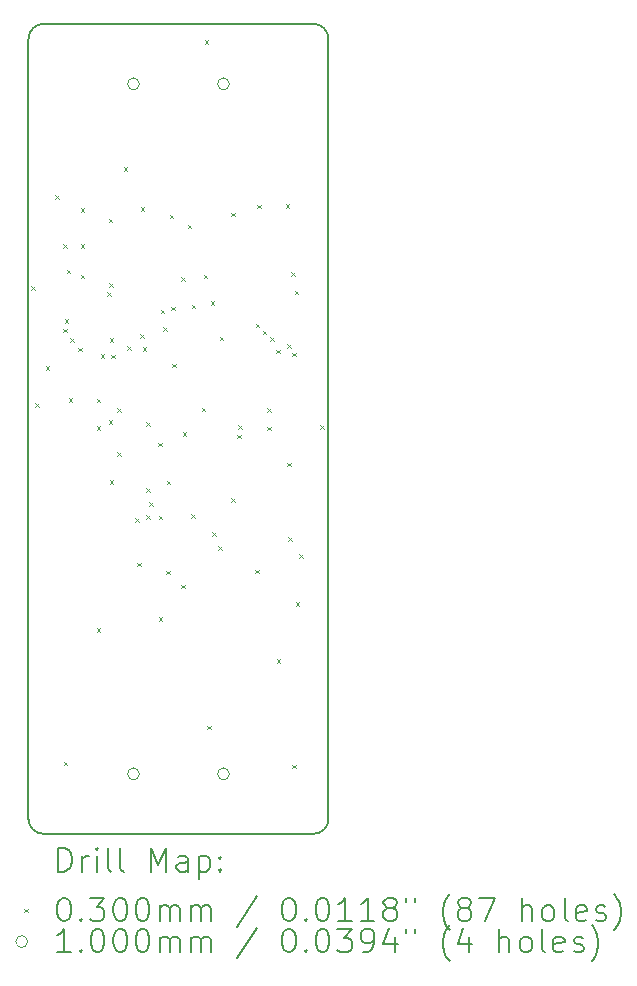
<source format=gbr>
%TF.GenerationSoftware,KiCad,Pcbnew,9.0.6-9.0.6~ubuntu25.10.1*%
%TF.CreationDate,2025-11-17T16:53:43+09:00*%
%TF.ProjectId,bionic-z180fsc,62696f6e-6963-42d7-9a31-38306673632e,2*%
%TF.SameCoordinates,Original*%
%TF.FileFunction,Drillmap*%
%TF.FilePolarity,Positive*%
%FSLAX45Y45*%
G04 Gerber Fmt 4.5, Leading zero omitted, Abs format (unit mm)*
G04 Created by KiCad (PCBNEW 9.0.6-9.0.6~ubuntu25.10.1) date 2025-11-17 16:53:43*
%MOMM*%
%LPD*%
G01*
G04 APERTURE LIST*
%ADD10C,0.150000*%
%ADD11C,0.200000*%
%ADD12C,0.100000*%
G04 APERTURE END LIST*
D10*
X10227000Y-13858000D02*
G75*
G02*
X10100000Y-13731000I0J127000D01*
G01*
X12513000Y-7000000D02*
X10227000Y-7000000D01*
X10100000Y-13731000D02*
X10100000Y-7127000D01*
X10100000Y-7127000D02*
G75*
G02*
X10227000Y-7000000I127000J0D01*
G01*
X10227000Y-13858000D02*
X12513000Y-13858000D01*
X12513000Y-7000000D02*
G75*
G02*
X12640000Y-7127000I0J-127000D01*
G01*
X12640000Y-13731000D02*
G75*
G02*
X12513000Y-13858000I-127000J0D01*
G01*
X12640000Y-13731000D02*
X12640000Y-7127000D01*
D11*
D12*
X10125640Y-9222740D02*
X10155640Y-9252740D01*
X10155640Y-9222740D02*
X10125640Y-9252740D01*
X10156120Y-10213340D02*
X10186120Y-10243340D01*
X10186120Y-10213340D02*
X10156120Y-10243340D01*
X10247560Y-9898380D02*
X10277560Y-9928380D01*
X10277560Y-9898380D02*
X10247560Y-9928380D01*
X10328840Y-8453120D02*
X10358840Y-8483120D01*
X10358840Y-8453120D02*
X10328840Y-8483120D01*
X10392340Y-8864600D02*
X10422340Y-8894600D01*
X10422340Y-8864600D02*
X10392340Y-8894600D01*
X10392340Y-9580880D02*
X10422340Y-9610880D01*
X10422340Y-9580880D02*
X10392340Y-9610880D01*
X10399960Y-13246100D02*
X10429960Y-13276100D01*
X10429960Y-13246100D02*
X10399960Y-13276100D01*
X10407580Y-9499600D02*
X10437580Y-9529600D01*
X10437580Y-9499600D02*
X10407580Y-9529600D01*
X10423780Y-9079900D02*
X10453780Y-9109900D01*
X10453780Y-9079900D02*
X10423780Y-9109900D01*
X10439020Y-10170160D02*
X10469020Y-10200160D01*
X10469020Y-10170160D02*
X10439020Y-10200160D01*
X10453580Y-9659900D02*
X10483580Y-9689900D01*
X10483580Y-9659900D02*
X10453580Y-9689900D01*
X10520300Y-9740900D02*
X10550300Y-9770900D01*
X10550300Y-9740900D02*
X10520300Y-9770900D01*
X10543700Y-8562340D02*
X10573700Y-8592340D01*
X10573700Y-8562340D02*
X10543700Y-8592340D01*
X10543700Y-8867140D02*
X10573700Y-8897140D01*
X10573700Y-8867140D02*
X10543700Y-8897140D01*
X10543700Y-9123680D02*
X10573700Y-9153680D01*
X10573700Y-9123680D02*
X10543700Y-9153680D01*
X10679400Y-10172700D02*
X10709400Y-10202700D01*
X10709400Y-10172700D02*
X10679400Y-10202700D01*
X10679400Y-10406380D02*
X10709400Y-10436380D01*
X10709400Y-10406380D02*
X10679400Y-10436380D01*
X10679400Y-12115800D02*
X10709400Y-12145800D01*
X10709400Y-12115800D02*
X10679400Y-12145800D01*
X10712380Y-9796780D02*
X10742380Y-9826780D01*
X10742380Y-9796780D02*
X10712380Y-9826780D01*
X10767214Y-9272211D02*
X10797214Y-9302211D01*
X10797214Y-9272211D02*
X10767214Y-9302211D01*
X10778420Y-8651240D02*
X10808420Y-8681240D01*
X10808420Y-8651240D02*
X10778420Y-8681240D01*
X10780960Y-10355580D02*
X10810960Y-10385580D01*
X10810960Y-10355580D02*
X10780960Y-10385580D01*
X10784254Y-9194047D02*
X10814254Y-9224047D01*
X10814254Y-9194047D02*
X10784254Y-9224047D01*
X10788580Y-9659620D02*
X10818580Y-9689620D01*
X10818580Y-9659620D02*
X10788580Y-9689620D01*
X10789540Y-10866120D02*
X10819540Y-10896120D01*
X10819540Y-10866120D02*
X10789540Y-10896120D01*
X10801797Y-9801344D02*
X10831797Y-9831344D01*
X10831797Y-9801344D02*
X10801797Y-9831344D01*
X10849540Y-10256520D02*
X10879540Y-10286520D01*
X10879540Y-10256520D02*
X10849540Y-10286520D01*
X10849540Y-10627360D02*
X10879540Y-10657360D01*
X10879540Y-10627360D02*
X10849540Y-10657360D01*
X10907960Y-8211820D02*
X10937960Y-8241820D01*
X10937960Y-8211820D02*
X10907960Y-8241820D01*
X10935900Y-9728200D02*
X10965900Y-9758200D01*
X10965900Y-9728200D02*
X10935900Y-9758200D01*
X11001940Y-11183620D02*
X11031940Y-11213620D01*
X11031940Y-11183620D02*
X11001940Y-11213620D01*
X11019720Y-11562080D02*
X11049720Y-11592080D01*
X11049720Y-11562080D02*
X11019720Y-11592080D01*
X11047144Y-9629657D02*
X11077144Y-9659657D01*
X11077144Y-9629657D02*
X11047144Y-9659657D01*
X11050530Y-8552180D02*
X11080530Y-8582180D01*
X11080530Y-8552180D02*
X11050530Y-8582180D01*
X11067464Y-9738877D02*
X11097464Y-9768877D01*
X11097464Y-9738877D02*
X11067464Y-9768877D01*
X11098460Y-10373360D02*
X11128460Y-10403360D01*
X11128460Y-10373360D02*
X11098460Y-10403360D01*
X11098460Y-10929620D02*
X11128460Y-10959620D01*
X11128460Y-10929620D02*
X11098460Y-10959620D01*
X11098460Y-11158220D02*
X11128460Y-11188220D01*
X11128460Y-11158220D02*
X11098460Y-11188220D01*
X11122540Y-11051460D02*
X11152540Y-11081460D01*
X11152540Y-11051460D02*
X11122540Y-11081460D01*
X11197520Y-10546080D02*
X11227520Y-10576080D01*
X11227520Y-10546080D02*
X11197520Y-10576080D01*
X11202600Y-11165840D02*
X11232600Y-11195840D01*
X11232600Y-11165840D02*
X11202600Y-11195840D01*
X11202600Y-12021820D02*
X11232600Y-12051820D01*
X11232600Y-12021820D02*
X11202600Y-12051820D01*
X11220380Y-9420860D02*
X11250380Y-9450860D01*
X11250380Y-9420860D02*
X11220380Y-9450860D01*
X11242292Y-9569128D02*
X11272292Y-9599128D01*
X11272292Y-9569128D02*
X11242292Y-9599128D01*
X11266100Y-11630660D02*
X11296100Y-11660660D01*
X11296100Y-11630660D02*
X11266100Y-11660660D01*
X11269164Y-10866368D02*
X11299164Y-10896368D01*
X11299164Y-10866368D02*
X11269164Y-10896368D01*
X11294313Y-8614100D02*
X11324313Y-8644100D01*
X11324313Y-8614100D02*
X11294313Y-8644100D01*
X11306740Y-9395460D02*
X11336740Y-9425460D01*
X11336740Y-9395460D02*
X11306740Y-9425460D01*
X11319440Y-9878060D02*
X11349440Y-9908060D01*
X11349440Y-9878060D02*
X11319440Y-9908060D01*
X11395640Y-9144000D02*
X11425640Y-9174000D01*
X11425640Y-9144000D02*
X11395640Y-9174000D01*
X11395640Y-11747500D02*
X11425640Y-11777500D01*
X11425640Y-11747500D02*
X11395640Y-11777500D01*
X11405800Y-10459720D02*
X11435800Y-10489720D01*
X11435800Y-10459720D02*
X11405800Y-10489720D01*
X11448841Y-8699900D02*
X11478841Y-8729900D01*
X11478841Y-8699900D02*
X11448841Y-8729900D01*
X11479897Y-11153992D02*
X11509897Y-11183992D01*
X11509897Y-11153992D02*
X11479897Y-11183992D01*
X11482000Y-9377680D02*
X11512000Y-9407680D01*
X11512000Y-9377680D02*
X11482000Y-9407680D01*
X11565820Y-10248900D02*
X11595820Y-10278900D01*
X11595820Y-10248900D02*
X11565820Y-10278900D01*
X11582330Y-9124950D02*
X11612330Y-9154950D01*
X11612330Y-9124950D02*
X11582330Y-9154950D01*
X11591220Y-7137400D02*
X11621220Y-7167400D01*
X11621220Y-7137400D02*
X11591220Y-7167400D01*
X11611540Y-12943840D02*
X11641540Y-12973840D01*
X11641540Y-12943840D02*
X11611540Y-12973840D01*
X11644560Y-9347200D02*
X11674560Y-9377200D01*
X11674560Y-9347200D02*
X11644560Y-9377200D01*
X11654720Y-11303000D02*
X11684720Y-11333000D01*
X11684720Y-11303000D02*
X11654720Y-11333000D01*
X11705520Y-11422380D02*
X11735520Y-11452380D01*
X11735520Y-11422380D02*
X11705520Y-11452380D01*
X11720760Y-9649460D02*
X11750760Y-9679460D01*
X11750760Y-9649460D02*
X11720760Y-9679460D01*
X11814740Y-8600440D02*
X11844740Y-8630440D01*
X11844740Y-8600440D02*
X11814740Y-8630440D01*
X11817280Y-11018520D02*
X11847280Y-11048520D01*
X11847280Y-11018520D02*
X11817280Y-11048520D01*
X11866293Y-10476747D02*
X11896293Y-10506747D01*
X11896293Y-10476747D02*
X11866293Y-10506747D01*
X11878240Y-10396220D02*
X11908240Y-10426220D01*
X11908240Y-10396220D02*
X11878240Y-10426220D01*
X12017940Y-11622080D02*
X12047940Y-11652080D01*
X12047940Y-11622080D02*
X12017940Y-11652080D01*
X12023020Y-9537700D02*
X12053020Y-9567700D01*
X12053020Y-9537700D02*
X12023020Y-9567700D01*
X12038260Y-8531860D02*
X12068260Y-8561860D01*
X12068260Y-8531860D02*
X12038260Y-8561860D01*
X12083020Y-9598660D02*
X12113020Y-9628660D01*
X12113020Y-9598660D02*
X12083020Y-9628660D01*
X12119540Y-10253980D02*
X12149540Y-10283980D01*
X12149540Y-10253980D02*
X12119540Y-10283980D01*
X12119540Y-10411460D02*
X12149540Y-10441460D01*
X12149540Y-10411460D02*
X12119540Y-10441460D01*
X12144940Y-9651040D02*
X12174940Y-9681040D01*
X12174940Y-9651040D02*
X12144940Y-9681040D01*
X12199860Y-9758680D02*
X12229860Y-9788680D01*
X12229860Y-9758680D02*
X12199860Y-9788680D01*
X12200820Y-12379960D02*
X12230820Y-12409960D01*
X12230820Y-12379960D02*
X12200820Y-12409960D01*
X12279560Y-8529320D02*
X12309560Y-8559320D01*
X12309560Y-8529320D02*
X12279560Y-8559320D01*
X12288760Y-10716260D02*
X12318760Y-10746260D01*
X12318760Y-10716260D02*
X12288760Y-10746260D01*
X12289720Y-9712960D02*
X12319720Y-9742960D01*
X12319720Y-9712960D02*
X12289720Y-9742960D01*
X12298130Y-11346970D02*
X12328130Y-11376970D01*
X12328130Y-11346970D02*
X12298130Y-11376970D01*
X12325280Y-9103360D02*
X12355280Y-9133360D01*
X12355280Y-9103360D02*
X12325280Y-9133360D01*
X12332900Y-9784080D02*
X12362900Y-9814080D01*
X12362900Y-9784080D02*
X12332900Y-9814080D01*
X12335440Y-13271500D02*
X12365440Y-13301500D01*
X12365440Y-13271500D02*
X12335440Y-13301500D01*
X12355760Y-9258300D02*
X12385760Y-9288300D01*
X12385760Y-9258300D02*
X12355760Y-9288300D01*
X12363380Y-11894820D02*
X12393380Y-11924820D01*
X12393380Y-11894820D02*
X12363380Y-11924820D01*
X12392590Y-11489690D02*
X12422590Y-11519690D01*
X12422590Y-11489690D02*
X12392590Y-11519690D01*
X12571660Y-10396220D02*
X12601660Y-10426220D01*
X12601660Y-10396220D02*
X12571660Y-10426220D01*
X11039000Y-7508000D02*
G75*
G02*
X10939000Y-7508000I-50000J0D01*
G01*
X10939000Y-7508000D02*
G75*
G02*
X11039000Y-7508000I50000J0D01*
G01*
X11039000Y-13350000D02*
G75*
G02*
X10939000Y-13350000I-50000J0D01*
G01*
X10939000Y-13350000D02*
G75*
G02*
X11039000Y-13350000I50000J0D01*
G01*
X11801000Y-7508000D02*
G75*
G02*
X11701000Y-7508000I-50000J0D01*
G01*
X11701000Y-7508000D02*
G75*
G02*
X11801000Y-7508000I50000J0D01*
G01*
X11801000Y-13350000D02*
G75*
G02*
X11701000Y-13350000I-50000J0D01*
G01*
X11701000Y-13350000D02*
G75*
G02*
X11801000Y-13350000I50000J0D01*
G01*
D11*
X10353277Y-14176984D02*
X10353277Y-13976984D01*
X10353277Y-13976984D02*
X10400896Y-13976984D01*
X10400896Y-13976984D02*
X10429467Y-13986508D01*
X10429467Y-13986508D02*
X10448515Y-14005555D01*
X10448515Y-14005555D02*
X10458039Y-14024603D01*
X10458039Y-14024603D02*
X10467563Y-14062698D01*
X10467563Y-14062698D02*
X10467563Y-14091269D01*
X10467563Y-14091269D02*
X10458039Y-14129365D01*
X10458039Y-14129365D02*
X10448515Y-14148412D01*
X10448515Y-14148412D02*
X10429467Y-14167460D01*
X10429467Y-14167460D02*
X10400896Y-14176984D01*
X10400896Y-14176984D02*
X10353277Y-14176984D01*
X10553277Y-14176984D02*
X10553277Y-14043650D01*
X10553277Y-14081746D02*
X10562801Y-14062698D01*
X10562801Y-14062698D02*
X10572324Y-14053174D01*
X10572324Y-14053174D02*
X10591372Y-14043650D01*
X10591372Y-14043650D02*
X10610420Y-14043650D01*
X10677086Y-14176984D02*
X10677086Y-14043650D01*
X10677086Y-13976984D02*
X10667563Y-13986508D01*
X10667563Y-13986508D02*
X10677086Y-13996031D01*
X10677086Y-13996031D02*
X10686610Y-13986508D01*
X10686610Y-13986508D02*
X10677086Y-13976984D01*
X10677086Y-13976984D02*
X10677086Y-13996031D01*
X10800896Y-14176984D02*
X10781848Y-14167460D01*
X10781848Y-14167460D02*
X10772324Y-14148412D01*
X10772324Y-14148412D02*
X10772324Y-13976984D01*
X10905658Y-14176984D02*
X10886610Y-14167460D01*
X10886610Y-14167460D02*
X10877086Y-14148412D01*
X10877086Y-14148412D02*
X10877086Y-13976984D01*
X11134229Y-14176984D02*
X11134229Y-13976984D01*
X11134229Y-13976984D02*
X11200896Y-14119841D01*
X11200896Y-14119841D02*
X11267562Y-13976984D01*
X11267562Y-13976984D02*
X11267562Y-14176984D01*
X11448515Y-14176984D02*
X11448515Y-14072222D01*
X11448515Y-14072222D02*
X11438991Y-14053174D01*
X11438991Y-14053174D02*
X11419943Y-14043650D01*
X11419943Y-14043650D02*
X11381848Y-14043650D01*
X11381848Y-14043650D02*
X11362801Y-14053174D01*
X11448515Y-14167460D02*
X11429467Y-14176984D01*
X11429467Y-14176984D02*
X11381848Y-14176984D01*
X11381848Y-14176984D02*
X11362801Y-14167460D01*
X11362801Y-14167460D02*
X11353277Y-14148412D01*
X11353277Y-14148412D02*
X11353277Y-14129365D01*
X11353277Y-14129365D02*
X11362801Y-14110317D01*
X11362801Y-14110317D02*
X11381848Y-14100793D01*
X11381848Y-14100793D02*
X11429467Y-14100793D01*
X11429467Y-14100793D02*
X11448515Y-14091269D01*
X11543753Y-14043650D02*
X11543753Y-14243650D01*
X11543753Y-14053174D02*
X11562801Y-14043650D01*
X11562801Y-14043650D02*
X11600896Y-14043650D01*
X11600896Y-14043650D02*
X11619943Y-14053174D01*
X11619943Y-14053174D02*
X11629467Y-14062698D01*
X11629467Y-14062698D02*
X11638991Y-14081746D01*
X11638991Y-14081746D02*
X11638991Y-14138888D01*
X11638991Y-14138888D02*
X11629467Y-14157936D01*
X11629467Y-14157936D02*
X11619943Y-14167460D01*
X11619943Y-14167460D02*
X11600896Y-14176984D01*
X11600896Y-14176984D02*
X11562801Y-14176984D01*
X11562801Y-14176984D02*
X11543753Y-14167460D01*
X11724705Y-14157936D02*
X11734229Y-14167460D01*
X11734229Y-14167460D02*
X11724705Y-14176984D01*
X11724705Y-14176984D02*
X11715182Y-14167460D01*
X11715182Y-14167460D02*
X11724705Y-14157936D01*
X11724705Y-14157936D02*
X11724705Y-14176984D01*
X11724705Y-14053174D02*
X11734229Y-14062698D01*
X11734229Y-14062698D02*
X11724705Y-14072222D01*
X11724705Y-14072222D02*
X11715182Y-14062698D01*
X11715182Y-14062698D02*
X11724705Y-14053174D01*
X11724705Y-14053174D02*
X11724705Y-14072222D01*
D12*
X10062500Y-14490500D02*
X10092500Y-14520500D01*
X10092500Y-14490500D02*
X10062500Y-14520500D01*
D11*
X10391372Y-14396984D02*
X10410420Y-14396984D01*
X10410420Y-14396984D02*
X10429467Y-14406508D01*
X10429467Y-14406508D02*
X10438991Y-14416031D01*
X10438991Y-14416031D02*
X10448515Y-14435079D01*
X10448515Y-14435079D02*
X10458039Y-14473174D01*
X10458039Y-14473174D02*
X10458039Y-14520793D01*
X10458039Y-14520793D02*
X10448515Y-14558888D01*
X10448515Y-14558888D02*
X10438991Y-14577936D01*
X10438991Y-14577936D02*
X10429467Y-14587460D01*
X10429467Y-14587460D02*
X10410420Y-14596984D01*
X10410420Y-14596984D02*
X10391372Y-14596984D01*
X10391372Y-14596984D02*
X10372324Y-14587460D01*
X10372324Y-14587460D02*
X10362801Y-14577936D01*
X10362801Y-14577936D02*
X10353277Y-14558888D01*
X10353277Y-14558888D02*
X10343753Y-14520793D01*
X10343753Y-14520793D02*
X10343753Y-14473174D01*
X10343753Y-14473174D02*
X10353277Y-14435079D01*
X10353277Y-14435079D02*
X10362801Y-14416031D01*
X10362801Y-14416031D02*
X10372324Y-14406508D01*
X10372324Y-14406508D02*
X10391372Y-14396984D01*
X10543753Y-14577936D02*
X10553277Y-14587460D01*
X10553277Y-14587460D02*
X10543753Y-14596984D01*
X10543753Y-14596984D02*
X10534229Y-14587460D01*
X10534229Y-14587460D02*
X10543753Y-14577936D01*
X10543753Y-14577936D02*
X10543753Y-14596984D01*
X10619944Y-14396984D02*
X10743753Y-14396984D01*
X10743753Y-14396984D02*
X10677086Y-14473174D01*
X10677086Y-14473174D02*
X10705658Y-14473174D01*
X10705658Y-14473174D02*
X10724705Y-14482698D01*
X10724705Y-14482698D02*
X10734229Y-14492222D01*
X10734229Y-14492222D02*
X10743753Y-14511269D01*
X10743753Y-14511269D02*
X10743753Y-14558888D01*
X10743753Y-14558888D02*
X10734229Y-14577936D01*
X10734229Y-14577936D02*
X10724705Y-14587460D01*
X10724705Y-14587460D02*
X10705658Y-14596984D01*
X10705658Y-14596984D02*
X10648515Y-14596984D01*
X10648515Y-14596984D02*
X10629467Y-14587460D01*
X10629467Y-14587460D02*
X10619944Y-14577936D01*
X10867563Y-14396984D02*
X10886610Y-14396984D01*
X10886610Y-14396984D02*
X10905658Y-14406508D01*
X10905658Y-14406508D02*
X10915182Y-14416031D01*
X10915182Y-14416031D02*
X10924705Y-14435079D01*
X10924705Y-14435079D02*
X10934229Y-14473174D01*
X10934229Y-14473174D02*
X10934229Y-14520793D01*
X10934229Y-14520793D02*
X10924705Y-14558888D01*
X10924705Y-14558888D02*
X10915182Y-14577936D01*
X10915182Y-14577936D02*
X10905658Y-14587460D01*
X10905658Y-14587460D02*
X10886610Y-14596984D01*
X10886610Y-14596984D02*
X10867563Y-14596984D01*
X10867563Y-14596984D02*
X10848515Y-14587460D01*
X10848515Y-14587460D02*
X10838991Y-14577936D01*
X10838991Y-14577936D02*
X10829467Y-14558888D01*
X10829467Y-14558888D02*
X10819944Y-14520793D01*
X10819944Y-14520793D02*
X10819944Y-14473174D01*
X10819944Y-14473174D02*
X10829467Y-14435079D01*
X10829467Y-14435079D02*
X10838991Y-14416031D01*
X10838991Y-14416031D02*
X10848515Y-14406508D01*
X10848515Y-14406508D02*
X10867563Y-14396984D01*
X11058039Y-14396984D02*
X11077086Y-14396984D01*
X11077086Y-14396984D02*
X11096134Y-14406508D01*
X11096134Y-14406508D02*
X11105658Y-14416031D01*
X11105658Y-14416031D02*
X11115182Y-14435079D01*
X11115182Y-14435079D02*
X11124705Y-14473174D01*
X11124705Y-14473174D02*
X11124705Y-14520793D01*
X11124705Y-14520793D02*
X11115182Y-14558888D01*
X11115182Y-14558888D02*
X11105658Y-14577936D01*
X11105658Y-14577936D02*
X11096134Y-14587460D01*
X11096134Y-14587460D02*
X11077086Y-14596984D01*
X11077086Y-14596984D02*
X11058039Y-14596984D01*
X11058039Y-14596984D02*
X11038991Y-14587460D01*
X11038991Y-14587460D02*
X11029467Y-14577936D01*
X11029467Y-14577936D02*
X11019944Y-14558888D01*
X11019944Y-14558888D02*
X11010420Y-14520793D01*
X11010420Y-14520793D02*
X11010420Y-14473174D01*
X11010420Y-14473174D02*
X11019944Y-14435079D01*
X11019944Y-14435079D02*
X11029467Y-14416031D01*
X11029467Y-14416031D02*
X11038991Y-14406508D01*
X11038991Y-14406508D02*
X11058039Y-14396984D01*
X11210420Y-14596984D02*
X11210420Y-14463650D01*
X11210420Y-14482698D02*
X11219943Y-14473174D01*
X11219943Y-14473174D02*
X11238991Y-14463650D01*
X11238991Y-14463650D02*
X11267563Y-14463650D01*
X11267563Y-14463650D02*
X11286610Y-14473174D01*
X11286610Y-14473174D02*
X11296134Y-14492222D01*
X11296134Y-14492222D02*
X11296134Y-14596984D01*
X11296134Y-14492222D02*
X11305658Y-14473174D01*
X11305658Y-14473174D02*
X11324705Y-14463650D01*
X11324705Y-14463650D02*
X11353277Y-14463650D01*
X11353277Y-14463650D02*
X11372324Y-14473174D01*
X11372324Y-14473174D02*
X11381848Y-14492222D01*
X11381848Y-14492222D02*
X11381848Y-14596984D01*
X11477086Y-14596984D02*
X11477086Y-14463650D01*
X11477086Y-14482698D02*
X11486610Y-14473174D01*
X11486610Y-14473174D02*
X11505658Y-14463650D01*
X11505658Y-14463650D02*
X11534229Y-14463650D01*
X11534229Y-14463650D02*
X11553277Y-14473174D01*
X11553277Y-14473174D02*
X11562801Y-14492222D01*
X11562801Y-14492222D02*
X11562801Y-14596984D01*
X11562801Y-14492222D02*
X11572324Y-14473174D01*
X11572324Y-14473174D02*
X11591372Y-14463650D01*
X11591372Y-14463650D02*
X11619943Y-14463650D01*
X11619943Y-14463650D02*
X11638991Y-14473174D01*
X11638991Y-14473174D02*
X11648515Y-14492222D01*
X11648515Y-14492222D02*
X11648515Y-14596984D01*
X12038991Y-14387460D02*
X11867563Y-14644603D01*
X12296134Y-14396984D02*
X12315182Y-14396984D01*
X12315182Y-14396984D02*
X12334229Y-14406508D01*
X12334229Y-14406508D02*
X12343753Y-14416031D01*
X12343753Y-14416031D02*
X12353277Y-14435079D01*
X12353277Y-14435079D02*
X12362801Y-14473174D01*
X12362801Y-14473174D02*
X12362801Y-14520793D01*
X12362801Y-14520793D02*
X12353277Y-14558888D01*
X12353277Y-14558888D02*
X12343753Y-14577936D01*
X12343753Y-14577936D02*
X12334229Y-14587460D01*
X12334229Y-14587460D02*
X12315182Y-14596984D01*
X12315182Y-14596984D02*
X12296134Y-14596984D01*
X12296134Y-14596984D02*
X12277086Y-14587460D01*
X12277086Y-14587460D02*
X12267563Y-14577936D01*
X12267563Y-14577936D02*
X12258039Y-14558888D01*
X12258039Y-14558888D02*
X12248515Y-14520793D01*
X12248515Y-14520793D02*
X12248515Y-14473174D01*
X12248515Y-14473174D02*
X12258039Y-14435079D01*
X12258039Y-14435079D02*
X12267563Y-14416031D01*
X12267563Y-14416031D02*
X12277086Y-14406508D01*
X12277086Y-14406508D02*
X12296134Y-14396984D01*
X12448515Y-14577936D02*
X12458039Y-14587460D01*
X12458039Y-14587460D02*
X12448515Y-14596984D01*
X12448515Y-14596984D02*
X12438991Y-14587460D01*
X12438991Y-14587460D02*
X12448515Y-14577936D01*
X12448515Y-14577936D02*
X12448515Y-14596984D01*
X12581848Y-14396984D02*
X12600896Y-14396984D01*
X12600896Y-14396984D02*
X12619944Y-14406508D01*
X12619944Y-14406508D02*
X12629467Y-14416031D01*
X12629467Y-14416031D02*
X12638991Y-14435079D01*
X12638991Y-14435079D02*
X12648515Y-14473174D01*
X12648515Y-14473174D02*
X12648515Y-14520793D01*
X12648515Y-14520793D02*
X12638991Y-14558888D01*
X12638991Y-14558888D02*
X12629467Y-14577936D01*
X12629467Y-14577936D02*
X12619944Y-14587460D01*
X12619944Y-14587460D02*
X12600896Y-14596984D01*
X12600896Y-14596984D02*
X12581848Y-14596984D01*
X12581848Y-14596984D02*
X12562801Y-14587460D01*
X12562801Y-14587460D02*
X12553277Y-14577936D01*
X12553277Y-14577936D02*
X12543753Y-14558888D01*
X12543753Y-14558888D02*
X12534229Y-14520793D01*
X12534229Y-14520793D02*
X12534229Y-14473174D01*
X12534229Y-14473174D02*
X12543753Y-14435079D01*
X12543753Y-14435079D02*
X12553277Y-14416031D01*
X12553277Y-14416031D02*
X12562801Y-14406508D01*
X12562801Y-14406508D02*
X12581848Y-14396984D01*
X12838991Y-14596984D02*
X12724706Y-14596984D01*
X12781848Y-14596984D02*
X12781848Y-14396984D01*
X12781848Y-14396984D02*
X12762801Y-14425555D01*
X12762801Y-14425555D02*
X12743753Y-14444603D01*
X12743753Y-14444603D02*
X12724706Y-14454127D01*
X13029467Y-14596984D02*
X12915182Y-14596984D01*
X12972325Y-14596984D02*
X12972325Y-14396984D01*
X12972325Y-14396984D02*
X12953277Y-14425555D01*
X12953277Y-14425555D02*
X12934229Y-14444603D01*
X12934229Y-14444603D02*
X12915182Y-14454127D01*
X13143753Y-14482698D02*
X13124706Y-14473174D01*
X13124706Y-14473174D02*
X13115182Y-14463650D01*
X13115182Y-14463650D02*
X13105658Y-14444603D01*
X13105658Y-14444603D02*
X13105658Y-14435079D01*
X13105658Y-14435079D02*
X13115182Y-14416031D01*
X13115182Y-14416031D02*
X13124706Y-14406508D01*
X13124706Y-14406508D02*
X13143753Y-14396984D01*
X13143753Y-14396984D02*
X13181848Y-14396984D01*
X13181848Y-14396984D02*
X13200896Y-14406508D01*
X13200896Y-14406508D02*
X13210420Y-14416031D01*
X13210420Y-14416031D02*
X13219944Y-14435079D01*
X13219944Y-14435079D02*
X13219944Y-14444603D01*
X13219944Y-14444603D02*
X13210420Y-14463650D01*
X13210420Y-14463650D02*
X13200896Y-14473174D01*
X13200896Y-14473174D02*
X13181848Y-14482698D01*
X13181848Y-14482698D02*
X13143753Y-14482698D01*
X13143753Y-14482698D02*
X13124706Y-14492222D01*
X13124706Y-14492222D02*
X13115182Y-14501746D01*
X13115182Y-14501746D02*
X13105658Y-14520793D01*
X13105658Y-14520793D02*
X13105658Y-14558888D01*
X13105658Y-14558888D02*
X13115182Y-14577936D01*
X13115182Y-14577936D02*
X13124706Y-14587460D01*
X13124706Y-14587460D02*
X13143753Y-14596984D01*
X13143753Y-14596984D02*
X13181848Y-14596984D01*
X13181848Y-14596984D02*
X13200896Y-14587460D01*
X13200896Y-14587460D02*
X13210420Y-14577936D01*
X13210420Y-14577936D02*
X13219944Y-14558888D01*
X13219944Y-14558888D02*
X13219944Y-14520793D01*
X13219944Y-14520793D02*
X13210420Y-14501746D01*
X13210420Y-14501746D02*
X13200896Y-14492222D01*
X13200896Y-14492222D02*
X13181848Y-14482698D01*
X13296134Y-14396984D02*
X13296134Y-14435079D01*
X13372325Y-14396984D02*
X13372325Y-14435079D01*
X13667563Y-14673174D02*
X13658039Y-14663650D01*
X13658039Y-14663650D02*
X13638991Y-14635079D01*
X13638991Y-14635079D02*
X13629468Y-14616031D01*
X13629468Y-14616031D02*
X13619944Y-14587460D01*
X13619944Y-14587460D02*
X13610420Y-14539841D01*
X13610420Y-14539841D02*
X13610420Y-14501746D01*
X13610420Y-14501746D02*
X13619944Y-14454127D01*
X13619944Y-14454127D02*
X13629468Y-14425555D01*
X13629468Y-14425555D02*
X13638991Y-14406508D01*
X13638991Y-14406508D02*
X13658039Y-14377936D01*
X13658039Y-14377936D02*
X13667563Y-14368412D01*
X13772325Y-14482698D02*
X13753277Y-14473174D01*
X13753277Y-14473174D02*
X13743753Y-14463650D01*
X13743753Y-14463650D02*
X13734229Y-14444603D01*
X13734229Y-14444603D02*
X13734229Y-14435079D01*
X13734229Y-14435079D02*
X13743753Y-14416031D01*
X13743753Y-14416031D02*
X13753277Y-14406508D01*
X13753277Y-14406508D02*
X13772325Y-14396984D01*
X13772325Y-14396984D02*
X13810420Y-14396984D01*
X13810420Y-14396984D02*
X13829468Y-14406508D01*
X13829468Y-14406508D02*
X13838991Y-14416031D01*
X13838991Y-14416031D02*
X13848515Y-14435079D01*
X13848515Y-14435079D02*
X13848515Y-14444603D01*
X13848515Y-14444603D02*
X13838991Y-14463650D01*
X13838991Y-14463650D02*
X13829468Y-14473174D01*
X13829468Y-14473174D02*
X13810420Y-14482698D01*
X13810420Y-14482698D02*
X13772325Y-14482698D01*
X13772325Y-14482698D02*
X13753277Y-14492222D01*
X13753277Y-14492222D02*
X13743753Y-14501746D01*
X13743753Y-14501746D02*
X13734229Y-14520793D01*
X13734229Y-14520793D02*
X13734229Y-14558888D01*
X13734229Y-14558888D02*
X13743753Y-14577936D01*
X13743753Y-14577936D02*
X13753277Y-14587460D01*
X13753277Y-14587460D02*
X13772325Y-14596984D01*
X13772325Y-14596984D02*
X13810420Y-14596984D01*
X13810420Y-14596984D02*
X13829468Y-14587460D01*
X13829468Y-14587460D02*
X13838991Y-14577936D01*
X13838991Y-14577936D02*
X13848515Y-14558888D01*
X13848515Y-14558888D02*
X13848515Y-14520793D01*
X13848515Y-14520793D02*
X13838991Y-14501746D01*
X13838991Y-14501746D02*
X13829468Y-14492222D01*
X13829468Y-14492222D02*
X13810420Y-14482698D01*
X13915182Y-14396984D02*
X14048515Y-14396984D01*
X14048515Y-14396984D02*
X13962801Y-14596984D01*
X14277087Y-14596984D02*
X14277087Y-14396984D01*
X14362801Y-14596984D02*
X14362801Y-14492222D01*
X14362801Y-14492222D02*
X14353277Y-14473174D01*
X14353277Y-14473174D02*
X14334230Y-14463650D01*
X14334230Y-14463650D02*
X14305658Y-14463650D01*
X14305658Y-14463650D02*
X14286610Y-14473174D01*
X14286610Y-14473174D02*
X14277087Y-14482698D01*
X14486610Y-14596984D02*
X14467563Y-14587460D01*
X14467563Y-14587460D02*
X14458039Y-14577936D01*
X14458039Y-14577936D02*
X14448515Y-14558888D01*
X14448515Y-14558888D02*
X14448515Y-14501746D01*
X14448515Y-14501746D02*
X14458039Y-14482698D01*
X14458039Y-14482698D02*
X14467563Y-14473174D01*
X14467563Y-14473174D02*
X14486610Y-14463650D01*
X14486610Y-14463650D02*
X14515182Y-14463650D01*
X14515182Y-14463650D02*
X14534230Y-14473174D01*
X14534230Y-14473174D02*
X14543753Y-14482698D01*
X14543753Y-14482698D02*
X14553277Y-14501746D01*
X14553277Y-14501746D02*
X14553277Y-14558888D01*
X14553277Y-14558888D02*
X14543753Y-14577936D01*
X14543753Y-14577936D02*
X14534230Y-14587460D01*
X14534230Y-14587460D02*
X14515182Y-14596984D01*
X14515182Y-14596984D02*
X14486610Y-14596984D01*
X14667563Y-14596984D02*
X14648515Y-14587460D01*
X14648515Y-14587460D02*
X14638991Y-14568412D01*
X14638991Y-14568412D02*
X14638991Y-14396984D01*
X14819944Y-14587460D02*
X14800896Y-14596984D01*
X14800896Y-14596984D02*
X14762801Y-14596984D01*
X14762801Y-14596984D02*
X14743753Y-14587460D01*
X14743753Y-14587460D02*
X14734230Y-14568412D01*
X14734230Y-14568412D02*
X14734230Y-14492222D01*
X14734230Y-14492222D02*
X14743753Y-14473174D01*
X14743753Y-14473174D02*
X14762801Y-14463650D01*
X14762801Y-14463650D02*
X14800896Y-14463650D01*
X14800896Y-14463650D02*
X14819944Y-14473174D01*
X14819944Y-14473174D02*
X14829468Y-14492222D01*
X14829468Y-14492222D02*
X14829468Y-14511269D01*
X14829468Y-14511269D02*
X14734230Y-14530317D01*
X14905658Y-14587460D02*
X14924706Y-14596984D01*
X14924706Y-14596984D02*
X14962801Y-14596984D01*
X14962801Y-14596984D02*
X14981849Y-14587460D01*
X14981849Y-14587460D02*
X14991372Y-14568412D01*
X14991372Y-14568412D02*
X14991372Y-14558888D01*
X14991372Y-14558888D02*
X14981849Y-14539841D01*
X14981849Y-14539841D02*
X14962801Y-14530317D01*
X14962801Y-14530317D02*
X14934230Y-14530317D01*
X14934230Y-14530317D02*
X14915182Y-14520793D01*
X14915182Y-14520793D02*
X14905658Y-14501746D01*
X14905658Y-14501746D02*
X14905658Y-14492222D01*
X14905658Y-14492222D02*
X14915182Y-14473174D01*
X14915182Y-14473174D02*
X14934230Y-14463650D01*
X14934230Y-14463650D02*
X14962801Y-14463650D01*
X14962801Y-14463650D02*
X14981849Y-14473174D01*
X15058039Y-14673174D02*
X15067563Y-14663650D01*
X15067563Y-14663650D02*
X15086611Y-14635079D01*
X15086611Y-14635079D02*
X15096134Y-14616031D01*
X15096134Y-14616031D02*
X15105658Y-14587460D01*
X15105658Y-14587460D02*
X15115182Y-14539841D01*
X15115182Y-14539841D02*
X15115182Y-14501746D01*
X15115182Y-14501746D02*
X15105658Y-14454127D01*
X15105658Y-14454127D02*
X15096134Y-14425555D01*
X15096134Y-14425555D02*
X15086611Y-14406508D01*
X15086611Y-14406508D02*
X15067563Y-14377936D01*
X15067563Y-14377936D02*
X15058039Y-14368412D01*
D12*
X10092500Y-14769500D02*
G75*
G02*
X9992500Y-14769500I-50000J0D01*
G01*
X9992500Y-14769500D02*
G75*
G02*
X10092500Y-14769500I50000J0D01*
G01*
D11*
X10458039Y-14860984D02*
X10343753Y-14860984D01*
X10400896Y-14860984D02*
X10400896Y-14660984D01*
X10400896Y-14660984D02*
X10381848Y-14689555D01*
X10381848Y-14689555D02*
X10362801Y-14708603D01*
X10362801Y-14708603D02*
X10343753Y-14718127D01*
X10543753Y-14841936D02*
X10553277Y-14851460D01*
X10553277Y-14851460D02*
X10543753Y-14860984D01*
X10543753Y-14860984D02*
X10534229Y-14851460D01*
X10534229Y-14851460D02*
X10543753Y-14841936D01*
X10543753Y-14841936D02*
X10543753Y-14860984D01*
X10677086Y-14660984D02*
X10696134Y-14660984D01*
X10696134Y-14660984D02*
X10715182Y-14670508D01*
X10715182Y-14670508D02*
X10724705Y-14680031D01*
X10724705Y-14680031D02*
X10734229Y-14699079D01*
X10734229Y-14699079D02*
X10743753Y-14737174D01*
X10743753Y-14737174D02*
X10743753Y-14784793D01*
X10743753Y-14784793D02*
X10734229Y-14822888D01*
X10734229Y-14822888D02*
X10724705Y-14841936D01*
X10724705Y-14841936D02*
X10715182Y-14851460D01*
X10715182Y-14851460D02*
X10696134Y-14860984D01*
X10696134Y-14860984D02*
X10677086Y-14860984D01*
X10677086Y-14860984D02*
X10658039Y-14851460D01*
X10658039Y-14851460D02*
X10648515Y-14841936D01*
X10648515Y-14841936D02*
X10638991Y-14822888D01*
X10638991Y-14822888D02*
X10629467Y-14784793D01*
X10629467Y-14784793D02*
X10629467Y-14737174D01*
X10629467Y-14737174D02*
X10638991Y-14699079D01*
X10638991Y-14699079D02*
X10648515Y-14680031D01*
X10648515Y-14680031D02*
X10658039Y-14670508D01*
X10658039Y-14670508D02*
X10677086Y-14660984D01*
X10867563Y-14660984D02*
X10886610Y-14660984D01*
X10886610Y-14660984D02*
X10905658Y-14670508D01*
X10905658Y-14670508D02*
X10915182Y-14680031D01*
X10915182Y-14680031D02*
X10924705Y-14699079D01*
X10924705Y-14699079D02*
X10934229Y-14737174D01*
X10934229Y-14737174D02*
X10934229Y-14784793D01*
X10934229Y-14784793D02*
X10924705Y-14822888D01*
X10924705Y-14822888D02*
X10915182Y-14841936D01*
X10915182Y-14841936D02*
X10905658Y-14851460D01*
X10905658Y-14851460D02*
X10886610Y-14860984D01*
X10886610Y-14860984D02*
X10867563Y-14860984D01*
X10867563Y-14860984D02*
X10848515Y-14851460D01*
X10848515Y-14851460D02*
X10838991Y-14841936D01*
X10838991Y-14841936D02*
X10829467Y-14822888D01*
X10829467Y-14822888D02*
X10819944Y-14784793D01*
X10819944Y-14784793D02*
X10819944Y-14737174D01*
X10819944Y-14737174D02*
X10829467Y-14699079D01*
X10829467Y-14699079D02*
X10838991Y-14680031D01*
X10838991Y-14680031D02*
X10848515Y-14670508D01*
X10848515Y-14670508D02*
X10867563Y-14660984D01*
X11058039Y-14660984D02*
X11077086Y-14660984D01*
X11077086Y-14660984D02*
X11096134Y-14670508D01*
X11096134Y-14670508D02*
X11105658Y-14680031D01*
X11105658Y-14680031D02*
X11115182Y-14699079D01*
X11115182Y-14699079D02*
X11124705Y-14737174D01*
X11124705Y-14737174D02*
X11124705Y-14784793D01*
X11124705Y-14784793D02*
X11115182Y-14822888D01*
X11115182Y-14822888D02*
X11105658Y-14841936D01*
X11105658Y-14841936D02*
X11096134Y-14851460D01*
X11096134Y-14851460D02*
X11077086Y-14860984D01*
X11077086Y-14860984D02*
X11058039Y-14860984D01*
X11058039Y-14860984D02*
X11038991Y-14851460D01*
X11038991Y-14851460D02*
X11029467Y-14841936D01*
X11029467Y-14841936D02*
X11019944Y-14822888D01*
X11019944Y-14822888D02*
X11010420Y-14784793D01*
X11010420Y-14784793D02*
X11010420Y-14737174D01*
X11010420Y-14737174D02*
X11019944Y-14699079D01*
X11019944Y-14699079D02*
X11029467Y-14680031D01*
X11029467Y-14680031D02*
X11038991Y-14670508D01*
X11038991Y-14670508D02*
X11058039Y-14660984D01*
X11210420Y-14860984D02*
X11210420Y-14727650D01*
X11210420Y-14746698D02*
X11219943Y-14737174D01*
X11219943Y-14737174D02*
X11238991Y-14727650D01*
X11238991Y-14727650D02*
X11267563Y-14727650D01*
X11267563Y-14727650D02*
X11286610Y-14737174D01*
X11286610Y-14737174D02*
X11296134Y-14756222D01*
X11296134Y-14756222D02*
X11296134Y-14860984D01*
X11296134Y-14756222D02*
X11305658Y-14737174D01*
X11305658Y-14737174D02*
X11324705Y-14727650D01*
X11324705Y-14727650D02*
X11353277Y-14727650D01*
X11353277Y-14727650D02*
X11372324Y-14737174D01*
X11372324Y-14737174D02*
X11381848Y-14756222D01*
X11381848Y-14756222D02*
X11381848Y-14860984D01*
X11477086Y-14860984D02*
X11477086Y-14727650D01*
X11477086Y-14746698D02*
X11486610Y-14737174D01*
X11486610Y-14737174D02*
X11505658Y-14727650D01*
X11505658Y-14727650D02*
X11534229Y-14727650D01*
X11534229Y-14727650D02*
X11553277Y-14737174D01*
X11553277Y-14737174D02*
X11562801Y-14756222D01*
X11562801Y-14756222D02*
X11562801Y-14860984D01*
X11562801Y-14756222D02*
X11572324Y-14737174D01*
X11572324Y-14737174D02*
X11591372Y-14727650D01*
X11591372Y-14727650D02*
X11619943Y-14727650D01*
X11619943Y-14727650D02*
X11638991Y-14737174D01*
X11638991Y-14737174D02*
X11648515Y-14756222D01*
X11648515Y-14756222D02*
X11648515Y-14860984D01*
X12038991Y-14651460D02*
X11867563Y-14908603D01*
X12296134Y-14660984D02*
X12315182Y-14660984D01*
X12315182Y-14660984D02*
X12334229Y-14670508D01*
X12334229Y-14670508D02*
X12343753Y-14680031D01*
X12343753Y-14680031D02*
X12353277Y-14699079D01*
X12353277Y-14699079D02*
X12362801Y-14737174D01*
X12362801Y-14737174D02*
X12362801Y-14784793D01*
X12362801Y-14784793D02*
X12353277Y-14822888D01*
X12353277Y-14822888D02*
X12343753Y-14841936D01*
X12343753Y-14841936D02*
X12334229Y-14851460D01*
X12334229Y-14851460D02*
X12315182Y-14860984D01*
X12315182Y-14860984D02*
X12296134Y-14860984D01*
X12296134Y-14860984D02*
X12277086Y-14851460D01*
X12277086Y-14851460D02*
X12267563Y-14841936D01*
X12267563Y-14841936D02*
X12258039Y-14822888D01*
X12258039Y-14822888D02*
X12248515Y-14784793D01*
X12248515Y-14784793D02*
X12248515Y-14737174D01*
X12248515Y-14737174D02*
X12258039Y-14699079D01*
X12258039Y-14699079D02*
X12267563Y-14680031D01*
X12267563Y-14680031D02*
X12277086Y-14670508D01*
X12277086Y-14670508D02*
X12296134Y-14660984D01*
X12448515Y-14841936D02*
X12458039Y-14851460D01*
X12458039Y-14851460D02*
X12448515Y-14860984D01*
X12448515Y-14860984D02*
X12438991Y-14851460D01*
X12438991Y-14851460D02*
X12448515Y-14841936D01*
X12448515Y-14841936D02*
X12448515Y-14860984D01*
X12581848Y-14660984D02*
X12600896Y-14660984D01*
X12600896Y-14660984D02*
X12619944Y-14670508D01*
X12619944Y-14670508D02*
X12629467Y-14680031D01*
X12629467Y-14680031D02*
X12638991Y-14699079D01*
X12638991Y-14699079D02*
X12648515Y-14737174D01*
X12648515Y-14737174D02*
X12648515Y-14784793D01*
X12648515Y-14784793D02*
X12638991Y-14822888D01*
X12638991Y-14822888D02*
X12629467Y-14841936D01*
X12629467Y-14841936D02*
X12619944Y-14851460D01*
X12619944Y-14851460D02*
X12600896Y-14860984D01*
X12600896Y-14860984D02*
X12581848Y-14860984D01*
X12581848Y-14860984D02*
X12562801Y-14851460D01*
X12562801Y-14851460D02*
X12553277Y-14841936D01*
X12553277Y-14841936D02*
X12543753Y-14822888D01*
X12543753Y-14822888D02*
X12534229Y-14784793D01*
X12534229Y-14784793D02*
X12534229Y-14737174D01*
X12534229Y-14737174D02*
X12543753Y-14699079D01*
X12543753Y-14699079D02*
X12553277Y-14680031D01*
X12553277Y-14680031D02*
X12562801Y-14670508D01*
X12562801Y-14670508D02*
X12581848Y-14660984D01*
X12715182Y-14660984D02*
X12838991Y-14660984D01*
X12838991Y-14660984D02*
X12772325Y-14737174D01*
X12772325Y-14737174D02*
X12800896Y-14737174D01*
X12800896Y-14737174D02*
X12819944Y-14746698D01*
X12819944Y-14746698D02*
X12829467Y-14756222D01*
X12829467Y-14756222D02*
X12838991Y-14775269D01*
X12838991Y-14775269D02*
X12838991Y-14822888D01*
X12838991Y-14822888D02*
X12829467Y-14841936D01*
X12829467Y-14841936D02*
X12819944Y-14851460D01*
X12819944Y-14851460D02*
X12800896Y-14860984D01*
X12800896Y-14860984D02*
X12743753Y-14860984D01*
X12743753Y-14860984D02*
X12724706Y-14851460D01*
X12724706Y-14851460D02*
X12715182Y-14841936D01*
X12934229Y-14860984D02*
X12972325Y-14860984D01*
X12972325Y-14860984D02*
X12991372Y-14851460D01*
X12991372Y-14851460D02*
X13000896Y-14841936D01*
X13000896Y-14841936D02*
X13019944Y-14813365D01*
X13019944Y-14813365D02*
X13029467Y-14775269D01*
X13029467Y-14775269D02*
X13029467Y-14699079D01*
X13029467Y-14699079D02*
X13019944Y-14680031D01*
X13019944Y-14680031D02*
X13010420Y-14670508D01*
X13010420Y-14670508D02*
X12991372Y-14660984D01*
X12991372Y-14660984D02*
X12953277Y-14660984D01*
X12953277Y-14660984D02*
X12934229Y-14670508D01*
X12934229Y-14670508D02*
X12924706Y-14680031D01*
X12924706Y-14680031D02*
X12915182Y-14699079D01*
X12915182Y-14699079D02*
X12915182Y-14746698D01*
X12915182Y-14746698D02*
X12924706Y-14765746D01*
X12924706Y-14765746D02*
X12934229Y-14775269D01*
X12934229Y-14775269D02*
X12953277Y-14784793D01*
X12953277Y-14784793D02*
X12991372Y-14784793D01*
X12991372Y-14784793D02*
X13010420Y-14775269D01*
X13010420Y-14775269D02*
X13019944Y-14765746D01*
X13019944Y-14765746D02*
X13029467Y-14746698D01*
X13200896Y-14727650D02*
X13200896Y-14860984D01*
X13153277Y-14651460D02*
X13105658Y-14794317D01*
X13105658Y-14794317D02*
X13229467Y-14794317D01*
X13296134Y-14660984D02*
X13296134Y-14699079D01*
X13372325Y-14660984D02*
X13372325Y-14699079D01*
X13667563Y-14937174D02*
X13658039Y-14927650D01*
X13658039Y-14927650D02*
X13638991Y-14899079D01*
X13638991Y-14899079D02*
X13629468Y-14880031D01*
X13629468Y-14880031D02*
X13619944Y-14851460D01*
X13619944Y-14851460D02*
X13610420Y-14803841D01*
X13610420Y-14803841D02*
X13610420Y-14765746D01*
X13610420Y-14765746D02*
X13619944Y-14718127D01*
X13619944Y-14718127D02*
X13629468Y-14689555D01*
X13629468Y-14689555D02*
X13638991Y-14670508D01*
X13638991Y-14670508D02*
X13658039Y-14641936D01*
X13658039Y-14641936D02*
X13667563Y-14632412D01*
X13829468Y-14727650D02*
X13829468Y-14860984D01*
X13781848Y-14651460D02*
X13734229Y-14794317D01*
X13734229Y-14794317D02*
X13858039Y-14794317D01*
X14086610Y-14860984D02*
X14086610Y-14660984D01*
X14172325Y-14860984D02*
X14172325Y-14756222D01*
X14172325Y-14756222D02*
X14162801Y-14737174D01*
X14162801Y-14737174D02*
X14143753Y-14727650D01*
X14143753Y-14727650D02*
X14115182Y-14727650D01*
X14115182Y-14727650D02*
X14096134Y-14737174D01*
X14096134Y-14737174D02*
X14086610Y-14746698D01*
X14296134Y-14860984D02*
X14277087Y-14851460D01*
X14277087Y-14851460D02*
X14267563Y-14841936D01*
X14267563Y-14841936D02*
X14258039Y-14822888D01*
X14258039Y-14822888D02*
X14258039Y-14765746D01*
X14258039Y-14765746D02*
X14267563Y-14746698D01*
X14267563Y-14746698D02*
X14277087Y-14737174D01*
X14277087Y-14737174D02*
X14296134Y-14727650D01*
X14296134Y-14727650D02*
X14324706Y-14727650D01*
X14324706Y-14727650D02*
X14343753Y-14737174D01*
X14343753Y-14737174D02*
X14353277Y-14746698D01*
X14353277Y-14746698D02*
X14362801Y-14765746D01*
X14362801Y-14765746D02*
X14362801Y-14822888D01*
X14362801Y-14822888D02*
X14353277Y-14841936D01*
X14353277Y-14841936D02*
X14343753Y-14851460D01*
X14343753Y-14851460D02*
X14324706Y-14860984D01*
X14324706Y-14860984D02*
X14296134Y-14860984D01*
X14477087Y-14860984D02*
X14458039Y-14851460D01*
X14458039Y-14851460D02*
X14448515Y-14832412D01*
X14448515Y-14832412D02*
X14448515Y-14660984D01*
X14629468Y-14851460D02*
X14610420Y-14860984D01*
X14610420Y-14860984D02*
X14572325Y-14860984D01*
X14572325Y-14860984D02*
X14553277Y-14851460D01*
X14553277Y-14851460D02*
X14543753Y-14832412D01*
X14543753Y-14832412D02*
X14543753Y-14756222D01*
X14543753Y-14756222D02*
X14553277Y-14737174D01*
X14553277Y-14737174D02*
X14572325Y-14727650D01*
X14572325Y-14727650D02*
X14610420Y-14727650D01*
X14610420Y-14727650D02*
X14629468Y-14737174D01*
X14629468Y-14737174D02*
X14638991Y-14756222D01*
X14638991Y-14756222D02*
X14638991Y-14775269D01*
X14638991Y-14775269D02*
X14543753Y-14794317D01*
X14715182Y-14851460D02*
X14734230Y-14860984D01*
X14734230Y-14860984D02*
X14772325Y-14860984D01*
X14772325Y-14860984D02*
X14791372Y-14851460D01*
X14791372Y-14851460D02*
X14800896Y-14832412D01*
X14800896Y-14832412D02*
X14800896Y-14822888D01*
X14800896Y-14822888D02*
X14791372Y-14803841D01*
X14791372Y-14803841D02*
X14772325Y-14794317D01*
X14772325Y-14794317D02*
X14743753Y-14794317D01*
X14743753Y-14794317D02*
X14724706Y-14784793D01*
X14724706Y-14784793D02*
X14715182Y-14765746D01*
X14715182Y-14765746D02*
X14715182Y-14756222D01*
X14715182Y-14756222D02*
X14724706Y-14737174D01*
X14724706Y-14737174D02*
X14743753Y-14727650D01*
X14743753Y-14727650D02*
X14772325Y-14727650D01*
X14772325Y-14727650D02*
X14791372Y-14737174D01*
X14867563Y-14937174D02*
X14877087Y-14927650D01*
X14877087Y-14927650D02*
X14896134Y-14899079D01*
X14896134Y-14899079D02*
X14905658Y-14880031D01*
X14905658Y-14880031D02*
X14915182Y-14851460D01*
X14915182Y-14851460D02*
X14924706Y-14803841D01*
X14924706Y-14803841D02*
X14924706Y-14765746D01*
X14924706Y-14765746D02*
X14915182Y-14718127D01*
X14915182Y-14718127D02*
X14905658Y-14689555D01*
X14905658Y-14689555D02*
X14896134Y-14670508D01*
X14896134Y-14670508D02*
X14877087Y-14641936D01*
X14877087Y-14641936D02*
X14867563Y-14632412D01*
M02*

</source>
